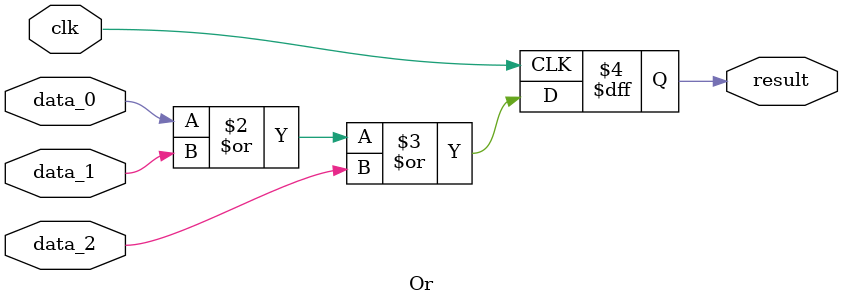
<source format=v>
`timescale 1ns / 1ps


module Or(
input clk,
input data_0,
input data_1,
input data_2,
output reg result);

	always @ (posedge clk)
	begin
			result <= (data_0 | data_1 | data_2);
	end

endmodule

</source>
